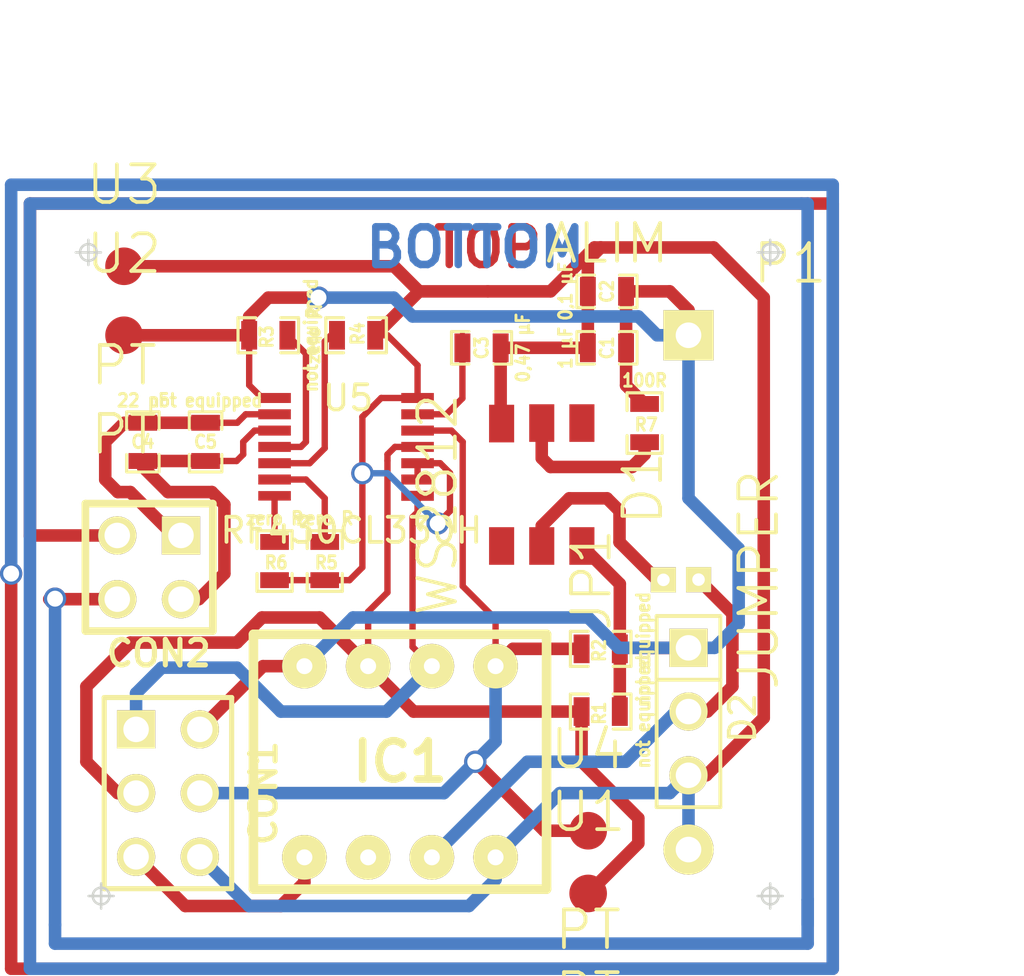
<source format=kicad_pcb>
(kicad_pcb (version 3) (host pcbnew "(2013-07-07 BZR 4022)-stable")

  (general
    (links 53)
    (no_connects 0)
    (area 48.861 21.336 91.406001 59.275)
    (thickness 1.6)
    (drawings 12)
    (tracks 218)
    (zones 0)
    (modules 24)
    (nets 21)
  )

  (page User 148.488 105.004)
  (title_block 
    (title "1ere ébauche")
    (rev 1.2)
    (company BuddiesProjects)
  )

  (layers
    (15 Dessus.Cu signal)
    (0 Dessous.Cu signal)
    (16 Dessous.Adhes user)
    (17 Dessus.Adhes user)
    (18 Dessous.Pate user)
    (19 Dessus.Pate user)
    (20 Dessous.SilkS user)
    (21 Dessus.SilkS user)
    (22 Dessous.Masque user)
    (23 Dessus.Masque user)
    (24 Dessin.User user)
    (25 Cmts.User user)
    (26 Eco1.User user)
    (27 Eco2.User user)
    (28 Contours.Ci user)
  )

  (setup
    (last_trace_width 0.5)
    (trace_clearance 0.5)
    (zone_clearance 0.508)
    (zone_45_only no)
    (trace_min 0.254)
    (segment_width 0.2)
    (edge_width 0.1)
    (via_size 0.889)
    (via_drill 0.635)
    (via_min_size 0.889)
    (via_min_drill 0.508)
    (uvia_size 0.508)
    (uvia_drill 0.127)
    (uvias_allowed no)
    (uvia_min_size 0.508)
    (uvia_min_drill 0.127)
    (pcb_text_width 0.3)
    (pcb_text_size 1.5 1.5)
    (mod_edge_width 0.15)
    (mod_text_size 1 1)
    (mod_text_width 0.15)
    (pad_size 1 1)
    (pad_drill 0.5)
    (pad_to_mask_clearance 0)
    (aux_axis_origin 82.804 25.4)
    (visible_elements 7FFFFFDF)
    (pcbplotparams
      (layerselection 3178497)
      (usegerberextensions true)
      (excludeedgelayer true)
      (linewidth 0.150000)
      (plotframeref false)
      (viasonmask false)
      (mode 1)
      (useauxorigin false)
      (hpglpennumber 1)
      (hpglpenspeed 20)
      (hpglpendiameter 15)
      (hpglpenoverlay 2)
      (psnegative false)
      (psa4output false)
      (plotreference true)
      (plotvalue true)
      (plotothertext true)
      (plotinvisibletext false)
      (padsonsilk false)
      (subtractmaskfromsilk false)
      (outputformat 1)
      (mirror false)
      (drillshape 1)
      (scaleselection 1)
      (outputdirectory svg))
  )

  (net 0 "")
  (net 1 +3.3V)
  (net 2 /ANT1)
  (net 3 /ANT2)
  (net 4 /IT/MISO)
  (net 5 /LED_DI)
  (net 6 /RST)
  (net 7 /SCL/SCK)
  (net 8 /SDA/MOSI)
  (net 9 GND)
  (net 10 N-000001)
  (net 11 N-0000010)
  (net 12 N-0000014)
  (net 13 N-0000017)
  (net 14 N-0000018)
  (net 15 N-0000019)
  (net 16 N-0000020)
  (net 17 N-0000021)
  (net 18 N-000007)
  (net 19 N-000008)
  (net 20 N-000009)

  (net_class Default "Ceci est la Netclass par défaut"
    (clearance 0.5)
    (trace_width 0.5)
    (via_dia 0.889)
    (via_drill 0.635)
    (uvia_dia 0.508)
    (uvia_drill 0.127)
    (add_net "")
    (add_net +3.3V)
    (add_net /LED_DI)
    (add_net /RST)
    (add_net N-000001)
    (add_net N-0000017)
    (add_net N-0000018)
    (add_net N-0000019)
    (add_net N-0000020)
    (add_net N-0000021)
  )

  (net_class next_to_RF430 ""
    (clearance 0.254)
    (trace_width 0.254)
    (via_dia 0.889)
    (via_drill 0.635)
    (uvia_dia 0.508)
    (uvia_drill 0.127)
    (add_net /ANT1)
    (add_net /ANT2)
    (add_net /IT/MISO)
    (add_net /SCL/SCK)
    (add_net /SDA/MOSI)
    (add_net GND)
    (add_net N-0000010)
    (add_net N-0000014)
    (add_net N-000007)
    (add_net N-000008)
    (add_net N-000009)
  )

  (module SM0603_Capa (layer Dessus.Cu) (tedit 5051B1EC) (tstamp 5296B0B8)
    (at 73.5 32.25)
    (path /5263BFC3)
    (attr smd)
    (fp_text reference C1 (at 0 0 90) (layer Dessus.SilkS)
      (effects (font (size 0.508 0.4572) (thickness 0.1143)))
    )
    (fp_text value "1 µF" (at -1.651 0 90) (layer Dessus.SilkS)
      (effects (font (size 0.508 0.4572) (thickness 0.1143)))
    )
    (fp_line (start 0.50038 0.65024) (end 1.19888 0.65024) (layer Dessus.SilkS) (width 0.11938))
    (fp_line (start -0.50038 0.65024) (end -1.19888 0.65024) (layer Dessus.SilkS) (width 0.11938))
    (fp_line (start 0.50038 -0.65024) (end 1.19888 -0.65024) (layer Dessus.SilkS) (width 0.11938))
    (fp_line (start -1.19888 -0.65024) (end -0.50038 -0.65024) (layer Dessus.SilkS) (width 0.11938))
    (fp_line (start 1.19888 -0.635) (end 1.19888 0.635) (layer Dessus.SilkS) (width 0.11938))
    (fp_line (start -1.19888 0.635) (end -1.19888 -0.635) (layer Dessus.SilkS) (width 0.11938))
    (pad 1 smd rect (at -0.762 0) (size 0.635 1.143)
      (layers Dessus.Cu Dessus.Pate Dessus.Masque)
      (net 9 GND)
    )
    (pad 2 smd rect (at 0.762 0) (size 0.635 1.143)
      (layers Dessus.Cu Dessus.Pate Dessus.Masque)
      (net 1 +3.3V)
    )
    (model smd\capacitors\C0603.wrl
      (at (xyz 0 0 0.001))
      (scale (xyz 0.5 0.5 0.5))
      (rotate (xyz 0 0 0))
    )
  )

  (module SM0603_Capa (layer Dessus.Cu) (tedit 5051B1EC) (tstamp 5296B0C4)
    (at 73.5 30)
    (path /5263C02F)
    (attr smd)
    (fp_text reference C2 (at 0 0 90) (layer Dessus.SilkS)
      (effects (font (size 0.508 0.4572) (thickness 0.1143)))
    )
    (fp_text value "0,1 µF" (at -1.651 0 90) (layer Dessus.SilkS)
      (effects (font (size 0.508 0.4572) (thickness 0.1143)))
    )
    (fp_line (start 0.50038 0.65024) (end 1.19888 0.65024) (layer Dessus.SilkS) (width 0.11938))
    (fp_line (start -0.50038 0.65024) (end -1.19888 0.65024) (layer Dessus.SilkS) (width 0.11938))
    (fp_line (start 0.50038 -0.65024) (end 1.19888 -0.65024) (layer Dessus.SilkS) (width 0.11938))
    (fp_line (start -1.19888 -0.65024) (end -0.50038 -0.65024) (layer Dessus.SilkS) (width 0.11938))
    (fp_line (start 1.19888 -0.635) (end 1.19888 0.635) (layer Dessus.SilkS) (width 0.11938))
    (fp_line (start -1.19888 0.635) (end -1.19888 -0.635) (layer Dessus.SilkS) (width 0.11938))
    (pad 1 smd rect (at -0.762 0) (size 0.635 1.143)
      (layers Dessus.Cu Dessus.Pate Dessus.Masque)
      (net 9 GND)
    )
    (pad 2 smd rect (at 0.762 0) (size 0.635 1.143)
      (layers Dessus.Cu Dessus.Pate Dessus.Masque)
      (net 1 +3.3V)
    )
    (model smd\capacitors\C0603.wrl
      (at (xyz 0 0 0.001))
      (scale (xyz 0.5 0.5 0.5))
      (rotate (xyz 0 0 0))
    )
  )

  (module SM0603_Capa (layer Dessus.Cu) (tedit 5051B1EC) (tstamp 5296B0D0)
    (at 68.5 32.25 180)
    (path /5283FF56)
    (attr smd)
    (fp_text reference C3 (at 0 0 270) (layer Dessus.SilkS)
      (effects (font (size 0.508 0.4572) (thickness 0.1143)))
    )
    (fp_text value "0,47 µF" (at -1.651 0 270) (layer Dessus.SilkS)
      (effects (font (size 0.508 0.4572) (thickness 0.1143)))
    )
    (fp_line (start 0.50038 0.65024) (end 1.19888 0.65024) (layer Dessus.SilkS) (width 0.11938))
    (fp_line (start -0.50038 0.65024) (end -1.19888 0.65024) (layer Dessus.SilkS) (width 0.11938))
    (fp_line (start 0.50038 -0.65024) (end 1.19888 -0.65024) (layer Dessus.SilkS) (width 0.11938))
    (fp_line (start -1.19888 -0.65024) (end -0.50038 -0.65024) (layer Dessus.SilkS) (width 0.11938))
    (fp_line (start 1.19888 -0.635) (end 1.19888 0.635) (layer Dessus.SilkS) (width 0.11938))
    (fp_line (start -1.19888 0.635) (end -1.19888 -0.635) (layer Dessus.SilkS) (width 0.11938))
    (pad 1 smd rect (at -0.762 0 180) (size 0.635 1.143)
      (layers Dessus.Cu Dessus.Pate Dessus.Masque)
      (net 9 GND)
    )
    (pad 2 smd rect (at 0.762 0 180) (size 0.635 1.143)
      (layers Dessus.Cu Dessus.Pate Dessus.Masque)
      (net 12 N-0000014)
    )
    (model smd\capacitors\C0603.wrl
      (at (xyz 0 0 0.001))
      (scale (xyz 0.5 0.5 0.5))
      (rotate (xyz 0 0 0))
    )
  )

  (module SM0603_Capa (layer Dessus.Cu) (tedit 5051B1EC) (tstamp 5296B0DC)
    (at 55 36 270)
    (path /52851CF9)
    (attr smd)
    (fp_text reference C4 (at 0 0 360) (layer Dessus.SilkS)
      (effects (font (size 0.508 0.4572) (thickness 0.1143)))
    )
    (fp_text value "22 pF" (at -1.651 0 360) (layer Dessus.SilkS)
      (effects (font (size 0.508 0.4572) (thickness 0.1143)))
    )
    (fp_line (start 0.50038 0.65024) (end 1.19888 0.65024) (layer Dessus.SilkS) (width 0.11938))
    (fp_line (start -0.50038 0.65024) (end -1.19888 0.65024) (layer Dessus.SilkS) (width 0.11938))
    (fp_line (start 0.50038 -0.65024) (end 1.19888 -0.65024) (layer Dessus.SilkS) (width 0.11938))
    (fp_line (start -1.19888 -0.65024) (end -0.50038 -0.65024) (layer Dessus.SilkS) (width 0.11938))
    (fp_line (start 1.19888 -0.635) (end 1.19888 0.635) (layer Dessus.SilkS) (width 0.11938))
    (fp_line (start -1.19888 0.635) (end -1.19888 -0.635) (layer Dessus.SilkS) (width 0.11938))
    (pad 1 smd rect (at -0.762 0 270) (size 0.635 1.143)
      (layers Dessus.Cu Dessus.Pate Dessus.Masque)
      (net 2 /ANT1)
    )
    (pad 2 smd rect (at 0.762 0 270) (size 0.635 1.143)
      (layers Dessus.Cu Dessus.Pate Dessus.Masque)
      (net 3 /ANT2)
    )
    (model smd\capacitors\C0603.wrl
      (at (xyz 0 0 0.001))
      (scale (xyz 0.5 0.5 0.5))
      (rotate (xyz 0 0 0))
    )
  )

  (module pin_array_3x2 (layer Dessus.Cu) (tedit 42931587) (tstamp 5296B0EA)
    (at 56 50 270)
    (descr "Double rangee de contacts 2 x 4 pins")
    (tags CONN)
    (path /5283FB65)
    (fp_text reference CON1 (at 0 -3.81 270) (layer Dessus.SilkS)
      (effects (font (size 1.016 1.016) (thickness 0.2032)))
    )
    (fp_text value AVR-ISP6 (at 0 3.81 270) (layer Dessus.SilkS) hide
      (effects (font (size 1.016 1.016) (thickness 0.2032)))
    )
    (fp_line (start 3.81 2.54) (end -3.81 2.54) (layer Dessus.SilkS) (width 0.2032))
    (fp_line (start -3.81 -2.54) (end 3.81 -2.54) (layer Dessus.SilkS) (width 0.2032))
    (fp_line (start 3.81 -2.54) (end 3.81 2.54) (layer Dessus.SilkS) (width 0.2032))
    (fp_line (start -3.81 2.54) (end -3.81 -2.54) (layer Dessus.SilkS) (width 0.2032))
    (pad 1 thru_hole rect (at -2.54 1.27 270) (size 1.524 1.524) (drill 1.016)
      (layers *.Cu *.Mask Dessus.SilkS)
      (net 4 /IT/MISO)
    )
    (pad 2 thru_hole circle (at -2.54 -1.27 270) (size 1.524 1.524) (drill 1.016)
      (layers *.Cu *.Mask Dessus.SilkS)
      (net 1 +3.3V)
    )
    (pad 3 thru_hole circle (at 0 1.27 270) (size 1.524 1.524) (drill 1.016)
      (layers *.Cu *.Mask Dessus.SilkS)
      (net 7 /SCL/SCK)
    )
    (pad 4 thru_hole circle (at 0 -1.27 270) (size 1.524 1.524) (drill 1.016)
      (layers *.Cu *.Mask Dessus.SilkS)
      (net 8 /SDA/MOSI)
    )
    (pad 5 thru_hole circle (at 2.54 1.27 270) (size 1.524 1.524) (drill 1.016)
      (layers *.Cu *.Mask Dessus.SilkS)
      (net 6 /RST)
    )
    (pad 6 thru_hole circle (at 2.54 -1.27 270) (size 1.524 1.524) (drill 1.016)
      (layers *.Cu *.Mask Dessus.SilkS)
      (net 9 GND)
    )
    (model pin_array/pins_array_3x2.wrl
      (at (xyz 0 0 0))
      (scale (xyz 1 1 1))
      (rotate (xyz 0 0 0))
    )
  )

  (module PIN_ARRAY_2X2 (layer Dessus.Cu) (tedit 3FAB87D4) (tstamp 5296B0F6)
    (at 55.25 41 180)
    (descr "Double rangee de contacts 2 x 2 pins")
    (tags CONN)
    (path /52851A3E)
    (fp_text reference CON2 (at -0.381 -3.429 180) (layer Dessus.SilkS)
      (effects (font (size 1.016 1.016) (thickness 0.2032)))
    )
    (fp_text value ANTENNE (at 0 3.048 180) (layer Dessus.SilkS) hide
      (effects (font (size 1.016 1.016) (thickness 0.2032)))
    )
    (fp_line (start -2.54 -2.54) (end 2.54 -2.54) (layer Dessus.SilkS) (width 0.3048))
    (fp_line (start 2.54 -2.54) (end 2.54 2.54) (layer Dessus.SilkS) (width 0.3048))
    (fp_line (start 2.54 2.54) (end -2.54 2.54) (layer Dessus.SilkS) (width 0.3048))
    (fp_line (start -2.54 2.54) (end -2.54 -2.54) (layer Dessus.SilkS) (width 0.3048))
    (pad 1 thru_hole rect (at -1.27 1.27 180) (size 1.524 1.524) (drill 1.016)
      (layers *.Cu *.Mask Dessus.SilkS)
      (net 2 /ANT1)
    )
    (pad 2 thru_hole circle (at -1.27 -1.27 180) (size 1.524 1.524) (drill 1.016)
      (layers *.Cu *.Mask Dessus.SilkS)
      (net 3 /ANT2)
    )
    (pad 3 thru_hole circle (at 1.27 1.27 180) (size 1.524 1.524) (drill 1.016)
      (layers *.Cu *.Mask Dessus.SilkS)
      (net 13 N-0000017)
    )
    (pad 4 thru_hole circle (at 1.27 -1.27 180) (size 1.524 1.524) (drill 1.016)
      (layers *.Cu *.Mask Dessus.SilkS)
      (net 13 N-0000017)
    )
    (model pin_array/pins_array_2x2.wrl
      (at (xyz 0 0 0))
      (scale (xyz 1 1 1))
      (rotate (xyz 0 0 0))
    )
  )

  (module WS2812 (layer Dessus.Cu) (tedit 5282A575) (tstamp 5296B100)
    (at 72.5 35.25 270)
    (path /5283EC88)
    (fp_text reference D1 (at 2.59 -2.43 270) (layer Dessus.SilkS)
      (effects (font (size 1.5 1.5) (thickness 0.15)))
    )
    (fp_text value WS2812 (at 3.25 5.75 270) (layer Dessus.SilkS)
      (effects (font (size 1.5 1.5) (thickness 0.15)))
    )
    (pad 4 smd rect (at 0 0 270) (size 1.5 1)
      (layers Dessus.Cu Dessus.Pate Dessus.Masque)
      (net 16 N-0000020)
    )
    (pad 5 smd rect (at 0 1.6 270) (size 1.5 1)
      (layers Dessus.Cu Dessus.Pate Dessus.Masque)
      (net 14 N-0000018)
    )
    (pad 6 smd rect (at 0.02 3.2 270) (size 1.5 1)
      (layers Dessus.Cu Dessus.Pate Dessus.Masque)
      (net 9 GND)
    )
    (pad 3 smd rect (at 4.9 0 270) (size 1.5 1)
      (layers Dessus.Cu Dessus.Pate Dessus.Masque)
      (net 1 +3.3V)
    )
    (pad 2 smd rect (at 4.9 1.6 270) (size 1.5 1)
      (layers Dessus.Cu Dessus.Pate Dessus.Masque)
      (net 10 N-000001)
    )
    (pad 1 smd rect (at 4.9 3.2 270) (size 1.5 1)
      (layers Dessus.Cu Dessus.Pate Dessus.Masque)
      (net 15 N-0000019)
    )
  )

  (module PIN_ARRAY_3X1 (layer Dessus.Cu) (tedit 4C1130E0) (tstamp 5296B10C)
    (at 76.75 46.75 270)
    (descr "Connecteur 3 pins")
    (tags "CONN DEV")
    (path /528A5C24)
    (fp_text reference D2 (at 0.254 -2.159 270) (layer Dessus.SilkS)
      (effects (font (size 1.016 1.016) (thickness 0.1524)))
    )
    (fp_text value EXT_LED (at 0 -2.159 270) (layer Dessus.SilkS) hide
      (effects (font (size 1.016 1.016) (thickness 0.1524)))
    )
    (fp_line (start -3.81 1.27) (end -3.81 -1.27) (layer Dessus.SilkS) (width 0.1524))
    (fp_line (start -3.81 -1.27) (end 3.81 -1.27) (layer Dessus.SilkS) (width 0.1524))
    (fp_line (start 3.81 -1.27) (end 3.81 1.27) (layer Dessus.SilkS) (width 0.1524))
    (fp_line (start 3.81 1.27) (end -3.81 1.27) (layer Dessus.SilkS) (width 0.1524))
    (fp_line (start -1.27 -1.27) (end -1.27 1.27) (layer Dessus.SilkS) (width 0.1524))
    (pad 1 thru_hole rect (at -2.54 0 270) (size 1.524 1.524) (drill 1.016)
      (layers *.Cu *.Mask Dessus.SilkS)
      (net 1 +3.3V)
    )
    (pad 2 thru_hole circle (at 0 0 270) (size 1.524 1.524) (drill 1.016)
      (layers *.Cu *.Mask Dessus.SilkS)
      (net 5 /LED_DI)
    )
    (pad 3 thru_hole circle (at 2.54 0 270) (size 1.524 1.524) (drill 1.016)
      (layers *.Cu *.Mask Dessus.SilkS)
      (net 9 GND)
    )
    (model pin_array/pins_array_3x1.wrl
      (at (xyz 0 0 0))
      (scale (xyz 1 1 1))
      (rotate (xyz 0 0 0))
    )
  )

  (module DIPS-DS04 (layer Dessus.Cu) (tedit 48186E73) (tstamp 5296B11C)
    (at 65.25 48.75)
    (tags "dip switch")
    (path /5283EF71)
    (fp_text reference IC1 (at 0 0) (layer Dessus.SilkS)
      (effects (font (size 1.524 1.524) (thickness 0.3048)))
    )
    (fp_text value ATTINY25-P (at 0 0) (layer Dessus.SilkS) hide
      (effects (font (size 1.524 1.524) (thickness 0.3048)))
    )
    (fp_line (start 5.842 5.08) (end -5.842 5.08) (layer Dessus.SilkS) (width 0.381))
    (fp_line (start -5.842 -5.08) (end 5.842 -5.08) (layer Dessus.SilkS) (width 0.381))
    (fp_line (start -5.842 -5.08) (end -5.842 5.08) (layer Dessus.SilkS) (width 0.381))
    (fp_line (start 5.842 -5.08) (end 5.842 5.08) (layer Dessus.SilkS) (width 0.381))
    (pad 1 thru_hole circle (at -3.81 3.81) (size 1.778 1.778) (drill 0.635)
      (layers *.Cu *.Mask Dessus.SilkS)
      (net 6 /RST)
    )
    (pad 2 thru_hole circle (at -1.27 3.81) (size 1.778 1.778) (drill 0.635)
      (layers *.Cu *.Mask Dessus.SilkS)
      (net 17 N-0000021)
    )
    (pad 3 thru_hole circle (at 1.27 3.81) (size 1.778 1.778) (drill 0.635)
      (layers *.Cu *.Mask Dessus.SilkS)
      (net 5 /LED_DI)
    )
    (pad 4 thru_hole circle (at 3.81 3.81) (size 1.778 1.778) (drill 0.635)
      (layers *.Cu *.Mask Dessus.SilkS)
      (net 9 GND)
    )
    (pad 5 thru_hole circle (at 3.81 -3.81) (size 1.778 1.778) (drill 0.635)
      (layers *.Cu *.Mask Dessus.SilkS)
      (net 8 /SDA/MOSI)
    )
    (pad 6 thru_hole circle (at 1.27 -3.81) (size 1.778 1.778) (drill 0.635)
      (layers *.Cu *.Mask Dessus.SilkS)
      (net 4 /IT/MISO)
    )
    (pad 7 thru_hole circle (at -1.27 -3.81) (size 1.778 1.778) (drill 0.635)
      (layers *.Cu *.Mask Dessus.SilkS)
      (net 7 /SCL/SCK)
    )
    (pad 8 thru_hole circle (at -3.81 -3.81) (size 1.778 1.778) (drill 0.635)
      (layers *.Cu *.Mask Dessus.SilkS)
      (net 1 +3.3V)
    )
    (model dips/dips-ds04.wrl
      (at (xyz 0 0 0))
      (scale (xyz 1 1 1))
      (rotate (xyz 0 0 0))
    )
  )

  (module Jumper (layer Dessus.Cu) (tedit 52829EE9) (tstamp 5296B122)
    (at 75.75 41.5 90)
    (path /5283EA50)
    (fp_text reference JP1 (at 0 -2.87 90) (layer Dessus.SilkS)
      (effects (font (size 1.5 1.5) (thickness 0.15)))
    )
    (fp_text value JUMPER (at 0 3.8 90) (layer Dessus.SilkS)
      (effects (font (size 1.5 1.5) (thickness 0.15)))
    )
    (pad 1 thru_hole rect (at 0 0 90) (size 1 1) (drill 0.5)
      (layers *.Cu *.Mask Dessus.SilkS)
      (net 10 N-000001)
    )
    (pad 2 thru_hole rect (at 0.01 1.4 90) (size 1 1) (drill 0.5)
      (layers *.Cu *.Mask Dessus.SilkS)
      (net 5 /LED_DI)
    )
  )

  (module Alim (layer Dessus.Cu) (tedit 52851618) (tstamp 5296B128)
    (at 76.75 31.75)
    (path /5263BDB9)
    (fp_text reference P1 (at 4.05 -2.86) (layer Dessus.SilkS)
      (effects (font (size 1.5 1.5) (thickness 0.15)))
    )
    (fp_text value ALIM (at -3.24 -3.66) (layer Dessus.SilkS)
      (effects (font (size 1.5 1.5) (thickness 0.15)))
    )
    (pad 1 thru_hole rect (at 0 0) (size 2 2) (drill 1.02)
      (layers *.Cu *.Mask Dessus.SilkS)
      (net 1 +3.3V)
    )
    (pad 2 thru_hole circle (at 0 20.5) (size 2 2) (drill 1.02)
      (layers *.Cu *.Mask Dessus.SilkS)
      (net 9 GND)
    )
  )

  (module SM0603_Resistor (layer Dessus.Cu) (tedit 5051B21B) (tstamp 5296B134)
    (at 73.25 46.75 180)
    (path /5283F20F)
    (attr smd)
    (fp_text reference R1 (at 0.0635 -0.0635 270) (layer Dessus.SilkS)
      (effects (font (size 0.50038 0.4572) (thickness 0.1143)))
    )
    (fp_text value "not equipped" (at -1.69926 0 270) (layer Dessus.SilkS)
      (effects (font (size 0.508 0.4572) (thickness 0.1143)))
    )
    (fp_line (start -0.50038 -0.6985) (end -1.2065 -0.6985) (layer Dessus.SilkS) (width 0.127))
    (fp_line (start -1.2065 -0.6985) (end -1.2065 0.6985) (layer Dessus.SilkS) (width 0.127))
    (fp_line (start -1.2065 0.6985) (end -0.50038 0.6985) (layer Dessus.SilkS) (width 0.127))
    (fp_line (start 1.2065 -0.6985) (end 0.50038 -0.6985) (layer Dessus.SilkS) (width 0.127))
    (fp_line (start 1.2065 -0.6985) (end 1.2065 0.6985) (layer Dessus.SilkS) (width 0.127))
    (fp_line (start 1.2065 0.6985) (end 0.50038 0.6985) (layer Dessus.SilkS) (width 0.127))
    (pad 1 smd rect (at -0.762 0 180) (size 0.635 1.143)
      (layers Dessus.Cu Dessus.Pate Dessus.Masque)
      (net 1 +3.3V)
    )
    (pad 2 smd rect (at 0.762 0 180) (size 0.635 1.143)
      (layers Dessus.Cu Dessus.Pate Dessus.Masque)
      (net 7 /SCL/SCK)
    )
    (model smd\resistors\R0603.wrl
      (at (xyz 0 0 0.001))
      (scale (xyz 0.5 0.5 0.5))
      (rotate (xyz 0 0 0))
    )
  )

  (module SM0603_Resistor (layer Dessus.Cu) (tedit 5051B21B) (tstamp 5296B140)
    (at 73.25 44.25 180)
    (path /5283F21E)
    (attr smd)
    (fp_text reference R2 (at 0.0635 -0.0635 270) (layer Dessus.SilkS)
      (effects (font (size 0.50038 0.4572) (thickness 0.1143)))
    )
    (fp_text value "not equipped" (at -1.69926 0 270) (layer Dessus.SilkS)
      (effects (font (size 0.508 0.4572) (thickness 0.1143)))
    )
    (fp_line (start -0.50038 -0.6985) (end -1.2065 -0.6985) (layer Dessus.SilkS) (width 0.127))
    (fp_line (start -1.2065 -0.6985) (end -1.2065 0.6985) (layer Dessus.SilkS) (width 0.127))
    (fp_line (start -1.2065 0.6985) (end -0.50038 0.6985) (layer Dessus.SilkS) (width 0.127))
    (fp_line (start 1.2065 -0.6985) (end 0.50038 -0.6985) (layer Dessus.SilkS) (width 0.127))
    (fp_line (start 1.2065 -0.6985) (end 1.2065 0.6985) (layer Dessus.SilkS) (width 0.127))
    (fp_line (start 1.2065 0.6985) (end 0.50038 0.6985) (layer Dessus.SilkS) (width 0.127))
    (pad 1 smd rect (at -0.762 0 180) (size 0.635 1.143)
      (layers Dessus.Cu Dessus.Pate Dessus.Masque)
      (net 1 +3.3V)
    )
    (pad 2 smd rect (at 0.762 0 180) (size 0.635 1.143)
      (layers Dessus.Cu Dessus.Pate Dessus.Masque)
      (net 8 /SDA/MOSI)
    )
    (model smd\resistors\R0603.wrl
      (at (xyz 0 0 0.001))
      (scale (xyz 0.5 0.5 0.5))
      (rotate (xyz 0 0 0))
    )
  )

  (module SM0603_Resistor (layer Dessus.Cu) (tedit 5051B21B) (tstamp 5296B14C)
    (at 60 31.75 180)
    (path /5263C1CF)
    (attr smd)
    (fp_text reference R3 (at 0.0635 -0.0635 270) (layer Dessus.SilkS)
      (effects (font (size 0.50038 0.4572) (thickness 0.1143)))
    )
    (fp_text value "not equipped" (at -1.69926 0 270) (layer Dessus.SilkS)
      (effects (font (size 0.508 0.4572) (thickness 0.1143)))
    )
    (fp_line (start -0.50038 -0.6985) (end -1.2065 -0.6985) (layer Dessus.SilkS) (width 0.127))
    (fp_line (start -1.2065 -0.6985) (end -1.2065 0.6985) (layer Dessus.SilkS) (width 0.127))
    (fp_line (start -1.2065 0.6985) (end -0.50038 0.6985) (layer Dessus.SilkS) (width 0.127))
    (fp_line (start 1.2065 -0.6985) (end 0.50038 -0.6985) (layer Dessus.SilkS) (width 0.127))
    (fp_line (start 1.2065 -0.6985) (end 1.2065 0.6985) (layer Dessus.SilkS) (width 0.127))
    (fp_line (start 1.2065 0.6985) (end 0.50038 0.6985) (layer Dessus.SilkS) (width 0.127))
    (pad 1 smd rect (at -0.762 0 180) (size 0.635 1.143)
      (layers Dessus.Cu Dessus.Pate Dessus.Masque)
      (net 18 N-000007)
    )
    (pad 2 smd rect (at 0.762 0 180) (size 0.635 1.143)
      (layers Dessus.Cu Dessus.Pate Dessus.Masque)
      (net 1 +3.3V)
    )
    (model smd\resistors\R0603.wrl
      (at (xyz 0 0 0.001))
      (scale (xyz 0.5 0.5 0.5))
      (rotate (xyz 0 0 0))
    )
  )

  (module SM0603_Resistor (layer Dessus.Cu) (tedit 5051B21B) (tstamp 5296B158)
    (at 63.5 31.75)
    (path /5263C631)
    (attr smd)
    (fp_text reference R4 (at 0.0635 -0.0635 90) (layer Dessus.SilkS)
      (effects (font (size 0.50038 0.4572) (thickness 0.1143)))
    )
    (fp_text value "zero R" (at -1.69926 0 90) (layer Dessus.SilkS)
      (effects (font (size 0.508 0.4572) (thickness 0.1143)))
    )
    (fp_line (start -0.50038 -0.6985) (end -1.2065 -0.6985) (layer Dessus.SilkS) (width 0.127))
    (fp_line (start -1.2065 -0.6985) (end -1.2065 0.6985) (layer Dessus.SilkS) (width 0.127))
    (fp_line (start -1.2065 0.6985) (end -0.50038 0.6985) (layer Dessus.SilkS) (width 0.127))
    (fp_line (start 1.2065 -0.6985) (end 0.50038 -0.6985) (layer Dessus.SilkS) (width 0.127))
    (fp_line (start 1.2065 -0.6985) (end 1.2065 0.6985) (layer Dessus.SilkS) (width 0.127))
    (fp_line (start 1.2065 0.6985) (end 0.50038 0.6985) (layer Dessus.SilkS) (width 0.127))
    (pad 1 smd rect (at -0.762 0) (size 0.635 1.143)
      (layers Dessus.Cu Dessus.Pate Dessus.Masque)
      (net 11 N-0000010)
    )
    (pad 2 smd rect (at 0.762 0) (size 0.635 1.143)
      (layers Dessus.Cu Dessus.Pate Dessus.Masque)
      (net 9 GND)
    )
    (model smd\resistors\R0603.wrl
      (at (xyz 0 0 0.001))
      (scale (xyz 0.5 0.5 0.5))
      (rotate (xyz 0 0 0))
    )
  )

  (module SM0603_Resistor (layer Dessus.Cu) (tedit 5051B21B) (tstamp 5296B164)
    (at 62.25 40.75 270)
    (path /5263C640)
    (attr smd)
    (fp_text reference R5 (at 0.0635 -0.0635 360) (layer Dessus.SilkS)
      (effects (font (size 0.50038 0.4572) (thickness 0.1143)))
    )
    (fp_text value "zero R" (at -1.69926 0 360) (layer Dessus.SilkS)
      (effects (font (size 0.508 0.4572) (thickness 0.1143)))
    )
    (fp_line (start -0.50038 -0.6985) (end -1.2065 -0.6985) (layer Dessus.SilkS) (width 0.127))
    (fp_line (start -1.2065 -0.6985) (end -1.2065 0.6985) (layer Dessus.SilkS) (width 0.127))
    (fp_line (start -1.2065 0.6985) (end -0.50038 0.6985) (layer Dessus.SilkS) (width 0.127))
    (fp_line (start 1.2065 -0.6985) (end 0.50038 -0.6985) (layer Dessus.SilkS) (width 0.127))
    (fp_line (start 1.2065 -0.6985) (end 1.2065 0.6985) (layer Dessus.SilkS) (width 0.127))
    (fp_line (start 1.2065 0.6985) (end 0.50038 0.6985) (layer Dessus.SilkS) (width 0.127))
    (pad 1 smd rect (at -0.762 0 270) (size 0.635 1.143)
      (layers Dessus.Cu Dessus.Pate Dessus.Masque)
      (net 20 N-000009)
    )
    (pad 2 smd rect (at 0.762 0 270) (size 0.635 1.143)
      (layers Dessus.Cu Dessus.Pate Dessus.Masque)
      (net 9 GND)
    )
    (model smd\resistors\R0603.wrl
      (at (xyz 0 0 0.001))
      (scale (xyz 0.5 0.5 0.5))
      (rotate (xyz 0 0 0))
    )
  )

  (module SM0603_Resistor (layer Dessus.Cu) (tedit 5051B21B) (tstamp 5296B170)
    (at 60.25 40.75 270)
    (path /5263C64F)
    (attr smd)
    (fp_text reference R6 (at 0.0635 -0.0635 360) (layer Dessus.SilkS)
      (effects (font (size 0.50038 0.4572) (thickness 0.1143)))
    )
    (fp_text value "zero R" (at -1.69926 0 360) (layer Dessus.SilkS)
      (effects (font (size 0.508 0.4572) (thickness 0.1143)))
    )
    (fp_line (start -0.50038 -0.6985) (end -1.2065 -0.6985) (layer Dessus.SilkS) (width 0.127))
    (fp_line (start -1.2065 -0.6985) (end -1.2065 0.6985) (layer Dessus.SilkS) (width 0.127))
    (fp_line (start -1.2065 0.6985) (end -0.50038 0.6985) (layer Dessus.SilkS) (width 0.127))
    (fp_line (start 1.2065 -0.6985) (end 0.50038 -0.6985) (layer Dessus.SilkS) (width 0.127))
    (fp_line (start 1.2065 -0.6985) (end 1.2065 0.6985) (layer Dessus.SilkS) (width 0.127))
    (fp_line (start 1.2065 0.6985) (end 0.50038 0.6985) (layer Dessus.SilkS) (width 0.127))
    (pad 1 smd rect (at -0.762 0 270) (size 0.635 1.143)
      (layers Dessus.Cu Dessus.Pate Dessus.Masque)
      (net 19 N-000008)
    )
    (pad 2 smd rect (at 0.762 0 270) (size 0.635 1.143)
      (layers Dessus.Cu Dessus.Pate Dessus.Masque)
      (net 9 GND)
    )
    (model smd\resistors\R0603.wrl
      (at (xyz 0 0 0.001))
      (scale (xyz 0.5 0.5 0.5))
      (rotate (xyz 0 0 0))
    )
  )

  (module PT (layer Dessus.Cu) (tedit 5285146E) (tstamp 5296B175)
    (at 72.75 54)
    (path /5283F22D)
    (fp_text reference U1 (at 0 -3.25) (layer Dessus.SilkS)
      (effects (font (size 1.5 1.5) (thickness 0.15)))
    )
    (fp_text value PT (at 0 3.95) (layer Dessus.SilkS)
      (effects (font (size 1.5 1.5) (thickness 0.15)))
    )
    (pad 1 smd circle (at 0 0) (size 1.5 1.5)
      (layers Dessus.Cu Dessus.Pate Dessus.Masque)
      (net 7 /SCL/SCK)
    )
  )

  (module PT (layer Dessus.Cu) (tedit 5285146E) (tstamp 5296B17A)
    (at 54.25 31.75)
    (path /5283E30A)
    (fp_text reference U2 (at 0 -3.25) (layer Dessus.SilkS)
      (effects (font (size 1.5 1.5) (thickness 0.15)))
    )
    (fp_text value PT (at 0 3.95) (layer Dessus.SilkS)
      (effects (font (size 1.5 1.5) (thickness 0.15)))
    )
    (pad 1 smd circle (at 0 0) (size 1.5 1.5)
      (layers Dessus.Cu Dessus.Pate Dessus.Masque)
      (net 1 +3.3V)
    )
  )

  (module PT (layer Dessus.Cu) (tedit 5285146E) (tstamp 5296B17F)
    (at 54.25 29)
    (path /5283E319)
    (fp_text reference U3 (at 0 -3.25) (layer Dessus.SilkS)
      (effects (font (size 1.5 1.5) (thickness 0.15)))
    )
    (fp_text value PT (at 0 3.95) (layer Dessus.SilkS)
      (effects (font (size 1.5 1.5) (thickness 0.15)))
    )
    (pad 1 smd circle (at 0 0) (size 1.5 1.5)
      (layers Dessus.Cu Dessus.Pate Dessus.Masque)
      (net 9 GND)
    )
  )

  (module PT (layer Dessus.Cu) (tedit 5285146E) (tstamp 5297331B)
    (at 72.75 51.5)
    (path /5283F23C)
    (fp_text reference U4 (at 0 -3.25) (layer Dessus.SilkS)
      (effects (font (size 1.5 1.5) (thickness 0.15)))
    )
    (fp_text value PT (at 0 3.95) (layer Dessus.SilkS)
      (effects (font (size 1.5 1.5) (thickness 0.15)))
    )
    (pad 1 smd circle (at 0 0) (size 1.5 1.5)
      (layers Dessus.Cu Dessus.Pate Dessus.Masque)
      (net 8 /SDA/MOSI)
    )
  )

  (module PW14 (layer Dessus.Cu) (tedit 528101E1) (tstamp 5296B196)
    (at 60.25 34.25)
    (path /5263BC72)
    (fp_text reference U5 (at 2.93 0) (layer Dessus.SilkS)
      (effects (font (size 1 1) (thickness 0.15)))
    )
    (fp_text value RF430CL330H (at 3.06 5.28) (layer Dessus.SilkS)
      (effects (font (size 1 1) (thickness 0.15)))
    )
    (pad 1 smd rect (at 0 0) (size 1.3 0.4)
      (layers Dessus.Cu Dessus.Pate Dessus.Masque)
      (net 1 +3.3V)
    )
    (pad 2 smd rect (at 0 0.65) (size 1.3 0.4)
      (layers Dessus.Cu Dessus.Pate Dessus.Masque)
      (net 2 /ANT1)
    )
    (pad 3 smd rect (at 0 1.3) (size 1.3 0.4)
      (layers Dessus.Cu Dessus.Pate Dessus.Masque)
      (net 3 /ANT2)
    )
    (pad 4 smd rect (at 0 1.95) (size 1.3 0.4)
      (layers Dessus.Cu Dessus.Pate Dessus.Masque)
      (net 18 N-000007)
    )
    (pad 5 smd rect (at 0 2.6) (size 1.3 0.4)
      (layers Dessus.Cu Dessus.Pate Dessus.Masque)
      (net 11 N-0000010)
    )
    (pad 6 smd rect (at 0 3.25) (size 1.3 0.4)
      (layers Dessus.Cu Dessus.Pate Dessus.Masque)
      (net 20 N-000009)
    )
    (pad 7 smd rect (at 0 3.9) (size 1.3 0.38)
      (layers Dessus.Cu Dessus.Pate Dessus.Masque)
      (net 19 N-000008)
    )
    (pad 14 smd rect (at 5.7 0) (size 1.3 0.4)
      (layers Dessus.Cu Dessus.Pate Dessus.Masque)
      (net 9 GND)
    )
    (pad 13 smd rect (at 5.7 0.65) (size 1.3 0.4)
      (layers Dessus.Cu Dessus.Pate Dessus.Masque)
      (net 12 N-0000014)
    )
    (pad 12 smd rect (at 5.7 1.3) (size 1.3 0.4)
      (layers Dessus.Cu Dessus.Pate Dessus.Masque)
      (net 8 /SDA/MOSI)
    )
    (pad 11 smd rect (at 5.7 1.95) (size 1.3 0.4)
      (layers Dessus.Cu Dessus.Pate Dessus.Masque)
      (net 7 /SCL/SCK)
    )
    (pad 10 smd rect (at 5.7 2.6) (size 1.3 0.4)
      (layers Dessus.Cu Dessus.Pate Dessus.Masque)
      (net 9 GND)
    )
    (pad 9 smd rect (at 5.7 3.25) (size 1.3 0.4)
      (layers Dessus.Cu Dessus.Pate Dessus.Masque)
      (net 9 GND)
    )
    (pad 8 smd rect (at 5.7 3.9) (size 1.3 0.4)
      (layers Dessus.Cu Dessus.Pate Dessus.Masque)
      (net 4 /IT/MISO)
    )
  )

  (module SM0603_Capa (layer Dessus.Cu) (tedit 5051B1EC) (tstamp 52973CF4)
    (at 57.5 36 270)
    (path /52973879)
    (attr smd)
    (fp_text reference C5 (at 0 0 360) (layer Dessus.SilkS)
      (effects (font (size 0.508 0.4572) (thickness 0.1143)))
    )
    (fp_text value "not equipped" (at -1.651 0 360) (layer Dessus.SilkS)
      (effects (font (size 0.508 0.4572) (thickness 0.1143)))
    )
    (fp_line (start 0.50038 0.65024) (end 1.19888 0.65024) (layer Dessus.SilkS) (width 0.11938))
    (fp_line (start -0.50038 0.65024) (end -1.19888 0.65024) (layer Dessus.SilkS) (width 0.11938))
    (fp_line (start 0.50038 -0.65024) (end 1.19888 -0.65024) (layer Dessus.SilkS) (width 0.11938))
    (fp_line (start -1.19888 -0.65024) (end -0.50038 -0.65024) (layer Dessus.SilkS) (width 0.11938))
    (fp_line (start 1.19888 -0.635) (end 1.19888 0.635) (layer Dessus.SilkS) (width 0.11938))
    (fp_line (start -1.19888 0.635) (end -1.19888 -0.635) (layer Dessus.SilkS) (width 0.11938))
    (pad 1 smd rect (at -0.762 0 270) (size 0.635 1.143)
      (layers Dessus.Cu Dessus.Pate Dessus.Masque)
      (net 2 /ANT1)
    )
    (pad 2 smd rect (at 0.762 0 270) (size 0.635 1.143)
      (layers Dessus.Cu Dessus.Pate Dessus.Masque)
      (net 3 /ANT2)
    )
    (model smd\capacitors\C0603.wrl
      (at (xyz 0 0 0.001))
      (scale (xyz 0.5 0.5 0.5))
      (rotate (xyz 0 0 0))
    )
  )

  (module SM0603_Resistor (layer Dessus.Cu) (tedit 5051B21B) (tstamp 529743C4)
    (at 75 35.25 270)
    (path /52973CEB)
    (attr smd)
    (fp_text reference R7 (at 0.0635 -0.0635 360) (layer Dessus.SilkS)
      (effects (font (size 0.50038 0.4572) (thickness 0.1143)))
    )
    (fp_text value 100R (at -1.69926 0 360) (layer Dessus.SilkS)
      (effects (font (size 0.508 0.4572) (thickness 0.1143)))
    )
    (fp_line (start -0.50038 -0.6985) (end -1.2065 -0.6985) (layer Dessus.SilkS) (width 0.127))
    (fp_line (start -1.2065 -0.6985) (end -1.2065 0.6985) (layer Dessus.SilkS) (width 0.127))
    (fp_line (start -1.2065 0.6985) (end -0.50038 0.6985) (layer Dessus.SilkS) (width 0.127))
    (fp_line (start 1.2065 -0.6985) (end 0.50038 -0.6985) (layer Dessus.SilkS) (width 0.127))
    (fp_line (start 1.2065 -0.6985) (end 1.2065 0.6985) (layer Dessus.SilkS) (width 0.127))
    (fp_line (start 1.2065 0.6985) (end 0.50038 0.6985) (layer Dessus.SilkS) (width 0.127))
    (pad 1 smd rect (at -0.762 0 270) (size 0.635 1.143)
      (layers Dessus.Cu Dessus.Pate Dessus.Masque)
      (net 1 +3.3V)
    )
    (pad 2 smd rect (at 0.762 0 270) (size 0.635 1.143)
      (layers Dessus.Cu Dessus.Pate Dessus.Masque)
      (net 14 N-0000018)
    )
    (model smd\resistors\R0603.wrl
      (at (xyz 0 0 0.001))
      (scale (xyz 0.5 0.5 0.5))
      (rotate (xyz 0 0 0))
    )
  )

  (gr_text BOTTOM (at 68.25 28.25) (layer Dessous.Cu)
    (effects (font (size 1.5 1.5) (thickness 0.3)))
  )
  (gr_text TOP (at 68.75 28.25) (layer Dessus.Cu)
    (effects (font (size 1.5 1.5) (thickness 0.3)))
  )
  (dimension 31.75 (width 0.3) (layer Dessin.User)
    (gr_text "31,750 mm" (at 84.756001 41.275 270) (layer Dessin.User)
      (effects (font (size 1.5 1.5) (thickness 0.3)))
    )
    (feature1 (pts (xy 86.614 57.15) (xy 83.406001 57.15)))
    (feature2 (pts (xy 86.614 25.4) (xy 83.406001 25.4)))
    (crossbar (pts (xy 86.106001 25.4) (xy 86.106001 57.15)))
    (arrow1a (pts (xy 86.106001 57.15) (xy 85.519581 56.023497)))
    (arrow1b (pts (xy 86.106001 57.15) (xy 86.692421 56.023497)))
    (arrow2a (pts (xy 86.106001 25.4) (xy 85.519581 26.526503)))
    (arrow2b (pts (xy 86.106001 25.4) (xy 86.692421 26.526503)))
  )
  (dimension 33.274 (width 0.3) (layer Dessin.User)
    (gr_text "33,274 mm" (at 66.167 22.939999) (layer Dessin.User)
      (effects (font (size 1.5 1.5) (thickness 0.3)))
    )
    (feature1 (pts (xy 49.53 21.336) (xy 49.53 24.289999)))
    (feature2 (pts (xy 82.804 21.336) (xy 82.804 24.289999)))
    (crossbar (pts (xy 82.804 21.589999) (xy 49.53 21.589999)))
    (arrow1a (pts (xy 49.53 21.589999) (xy 50.656503 21.003579)))
    (arrow1b (pts (xy 49.53 21.589999) (xy 50.656503 22.176419)))
    (arrow2a (pts (xy 82.804 21.589999) (xy 81.677497 21.003579)))
    (arrow2b (pts (xy 82.804 21.589999) (xy 81.677497 22.176419)))
  )
  (gr_line (start 82.804 57.15) (end 82.804 25.4) (angle 90) (layer Dessin.User) (width 0.2))
  (gr_line (start 49.53 57.15) (end 82.804 57.15) (angle 90) (layer Dessin.User) (width 0.2))
  (gr_line (start 49.53 25.4) (end 49.53 57.15) (angle 90) (layer Dessin.User) (width 0.2))
  (gr_line (start 82.804 25.4) (end 49.53 25.4) (angle 90) (layer Dessin.User) (width 0.2))
  (target plus (at 53.336 54.102) (size 1) (width 0.1) (layer Contours.Ci))
  (target plus (at 80.006 54.102) (size 1) (width 0.1) (layer Contours.Ci))
  (target plus (at 80.006 28.448) (size 1) (width 0.1) (layer Contours.Ci))
  (target plus (at 52.828 28.448) (size 1) (width 0.1) (layer Contours.Ci))

  (segment (start 60.25 34.25) (end 59.75 34.25) (width 0.254) (layer Dessus.Cu) (net 1))
  (segment (start 59.238 33.738) (end 59.238 31.75) (width 0.254) (layer Dessus.Cu) (net 1) (tstamp 5297E287))
  (segment (start 59.75 34.25) (end 59.238 33.738) (width 0.254) (layer Dessus.Cu) (net 1) (tstamp 5297E280))
  (segment (start 76.75 31.75) (end 75.5 31.75) (width 0.5) (layer Dessous.Cu) (net 1))
  (segment (start 59.238 31.012) (end 59.238 31.75) (width 0.5) (layer Dessus.Cu) (net 1) (tstamp 5297DFF4))
  (segment (start 60 30.25) (end 59.238 31.012) (width 0.5) (layer Dessus.Cu) (net 1) (tstamp 5297DFF1))
  (segment (start 62 30.25) (end 60 30.25) (width 0.5) (layer Dessus.Cu) (net 1) (tstamp 5297DFF0))
  (via (at 62 30.25) (size 0.889) (layers Dessus.Cu Dessous.Cu) (net 1))
  (segment (start 65 30.25) (end 62 30.25) (width 0.5) (layer Dessous.Cu) (net 1) (tstamp 5297DFE7))
  (segment (start 65.75 31) (end 65 30.25) (width 0.5) (layer Dessous.Cu) (net 1) (tstamp 5297DFE3))
  (segment (start 74.75 31) (end 65.75 31) (width 0.5) (layer Dessous.Cu) (net 1) (tstamp 5297DFC8))
  (segment (start 75.5 31.75) (end 74.75 31) (width 0.5) (layer Dessous.Cu) (net 1) (tstamp 5297DFC6))
  (segment (start 76.75 31.75) (end 76.75 38.25) (width 0.5) (layer Dessous.Cu) (net 1))
  (segment (start 77.79 44.21) (end 76.75 44.21) (width 0.5) (layer Dessous.Cu) (net 1) (tstamp 5297DDBA))
  (segment (start 78.75 43.25) (end 77.79 44.21) (width 0.5) (layer Dessous.Cu) (net 1) (tstamp 5297DDB8))
  (segment (start 78.75 40.25) (end 78.75 43.25) (width 0.5) (layer Dessous.Cu) (net 1) (tstamp 5297DDB5))
  (segment (start 76.75 38.25) (end 78.75 40.25) (width 0.5) (layer Dessous.Cu) (net 1) (tstamp 5297DDAE))
  (segment (start 74.262 32.25) (end 74.262 33.75) (width 0.5) (layer Dessus.Cu) (net 1))
  (segment (start 74.262 33.75) (end 75 34.488) (width 0.5) (layer Dessus.Cu) (net 1) (tstamp 5297DD13))
  (segment (start 74.012 44.25) (end 74.012 41.662) (width 0.5) (layer Dessus.Cu) (net 1))
  (segment (start 74.012 41.662) (end 72.5 40.15) (width 0.5) (layer Dessus.Cu) (net 1) (tstamp 5297DD0A))
  (segment (start 59.238 31.75) (end 54.25 31.75) (width 0.5) (layer Dessus.Cu) (net 1))
  (segment (start 72.75 43) (end 63.38 43) (width 0.5) (layer Dessous.Cu) (net 1))
  (segment (start 63.38 43) (end 61.44 44.94) (width 0.5) (layer Dessous.Cu) (net 1) (tstamp 5297CB2D))
  (segment (start 76.75 44.21) (end 73.96 44.21) (width 0.5) (layer Dessous.Cu) (net 1))
  (segment (start 73.96 44.21) (end 72.75 43) (width 0.5) (layer Dessous.Cu) (net 1) (tstamp 5297C98A))
  (segment (start 61.44 44.94) (end 59.79 44.94) (width 0.5) (layer Dessus.Cu) (net 1))
  (segment (start 59.79 44.94) (end 57.27 47.46) (width 0.5) (layer Dessus.Cu) (net 1) (tstamp 5297C9B1))
  (segment (start 74.262 30) (end 74.262 32.25) (width 0.5) (layer Dessus.Cu) (net 1))
  (segment (start 76.75 31.75) (end 76.75 30.75) (width 0.5) (layer Dessus.Cu) (net 1))
  (segment (start 76 30) (end 74.262 30) (width 0.5) (layer Dessus.Cu) (net 1) (tstamp 5297C778))
  (segment (start 76.75 30.75) (end 76 30) (width 0.5) (layer Dessus.Cu) (net 1) (tstamp 5297C774))
  (segment (start 74.012 46.75) (end 74.012 44.25) (width 0.5) (layer Dessus.Cu) (net 1))
  (segment (start 76.75 44.21) (end 74.052 44.21) (width 0.5) (layer Dessus.Cu) (net 1))
  (segment (start 74.052 44.21) (end 74.012 44.25) (width 0.5) (layer Dessus.Cu) (net 1) (tstamp 5297C031))
  (segment (start 76.75 44.21) (end 75.29 44.21) (width 0.5) (layer Dessus.Cu) (net 1))
  (segment (start 57.5 35.238) (end 58.762 35.238) (width 0.254) (layer Dessus.Cu) (net 2))
  (segment (start 59.1 34.9) (end 60.25 34.9) (width 0.254) (layer Dessus.Cu) (net 2) (tstamp 5297E23A))
  (segment (start 58.762 35.238) (end 59.1 34.9) (width 0.254) (layer Dessus.Cu) (net 2) (tstamp 5297E236))
  (segment (start 56.52 39.73) (end 56.23 39.73) (width 0.5) (layer Dessus.Cu) (net 2))
  (segment (start 54.262 35.238) (end 55 35.238) (width 0.5) (layer Dessus.Cu) (net 2) (tstamp 5297D3C5))
  (segment (start 53.5 36) (end 54.262 35.238) (width 0.5) (layer Dessus.Cu) (net 2) (tstamp 5297D3C1))
  (segment (start 53.5 37.5) (end 53.5 36) (width 0.5) (layer Dessus.Cu) (net 2) (tstamp 5297D3BE))
  (segment (start 54 38) (end 53.5 37.5) (width 0.5) (layer Dessus.Cu) (net 2) (tstamp 5297D3B8))
  (segment (start 54.5 38) (end 54 38) (width 0.5) (layer Dessus.Cu) (net 2) (tstamp 5297D3B4))
  (segment (start 56.23 39.73) (end 54.5 38) (width 0.5) (layer Dessus.Cu) (net 2) (tstamp 5297D3B2))
  (segment (start 55 35.238) (end 57.5 35.238) (width 0.5) (layer Dessus.Cu) (net 2))
  (segment (start 57.5 36.762) (end 58.738 36.762) (width 0.254) (layer Dessus.Cu) (net 3))
  (segment (start 59.45 35.55) (end 60.25 35.55) (width 0.254) (layer Dessus.Cu) (net 3) (tstamp 5297E249))
  (segment (start 59 36) (end 59.45 35.55) (width 0.254) (layer Dessus.Cu) (net 3) (tstamp 5297E247))
  (segment (start 59 36.5) (end 59 36) (width 0.254) (layer Dessus.Cu) (net 3) (tstamp 5297E245))
  (segment (start 58.738 36.762) (end 59 36.5) (width 0.254) (layer Dessus.Cu) (net 3) (tstamp 5297E242))
  (segment (start 55 36.762) (end 55 37) (width 0.5) (layer Dessus.Cu) (net 3))
  (segment (start 57.23 42.27) (end 56.52 42.27) (width 0.5) (layer Dessus.Cu) (net 3) (tstamp 5297D39E))
  (segment (start 58.25 41.25) (end 57.23 42.27) (width 0.5) (layer Dessus.Cu) (net 3) (tstamp 5297D397))
  (segment (start 58.25 38.5) (end 58.25 41.25) (width 0.5) (layer Dessus.Cu) (net 3) (tstamp 5297D390))
  (segment (start 57.75 38) (end 58.25 38.5) (width 0.5) (layer Dessus.Cu) (net 3) (tstamp 5297D389))
  (segment (start 56 38) (end 57.75 38) (width 0.5) (layer Dessus.Cu) (net 3) (tstamp 5297D381))
  (segment (start 55 37) (end 56 38) (width 0.5) (layer Dessus.Cu) (net 3) (tstamp 5297D37C))
  (segment (start 54.738 36.762) (end 55 36.762) (width 0.5) (layer Dessus.Cu) (net 3) (tstamp 5297C468))
  (segment (start 55 36.762) (end 57.5 36.762) (width 0.5) (layer Dessus.Cu) (net 3))
  (segment (start 65.95 38.15) (end 65.95 38.8) (width 0.254) (layer Dessus.Cu) (net 4))
  (segment (start 65.75 44.17) (end 66.52 44.94) (width 0.254) (layer Dessus.Cu) (net 4) (tstamp 5297E5EF))
  (segment (start 65.75 39) (end 65.75 44.17) (width 0.254) (layer Dessus.Cu) (net 4) (tstamp 5297E5E7))
  (segment (start 65.95 38.8) (end 65.75 39) (width 0.254) (layer Dessus.Cu) (net 4) (tstamp 5297E5E6))
  (segment (start 54.73 47.46) (end 54.73 46.02) (width 0.5) (layer Dessous.Cu) (net 4))
  (segment (start 64.71 46.75) (end 66.52 44.94) (width 0.5) (layer Dessous.Cu) (net 4) (tstamp 5297C9E2))
  (segment (start 60.5 46.75) (end 64.71 46.75) (width 0.5) (layer Dessous.Cu) (net 4) (tstamp 5297C9DF))
  (segment (start 58.75 45) (end 60.5 46.75) (width 0.5) (layer Dessous.Cu) (net 4) (tstamp 5297C9CE))
  (segment (start 55.75 45) (end 58.75 45) (width 0.5) (layer Dessous.Cu) (net 4) (tstamp 5297C9C4))
  (segment (start 54.73 46.02) (end 55.75 45) (width 0.5) (layer Dessous.Cu) (net 4) (tstamp 5297C9BD))
  (segment (start 76.75 46.75) (end 77.5 46.75) (width 0.5) (layer Dessus.Cu) (net 5))
  (segment (start 78.5 42.84) (end 77.15 41.49) (width 0.5) (layer Dessus.Cu) (net 5) (tstamp 5297DD60))
  (segment (start 78.5 45.75) (end 78.5 42.84) (width 0.5) (layer Dessus.Cu) (net 5) (tstamp 5297DD5F))
  (segment (start 77.5 46.75) (end 78.5 45.75) (width 0.5) (layer Dessus.Cu) (net 5) (tstamp 5297DD5B))
  (segment (start 76.75 46.75) (end 76.25 46.75) (width 0.5) (layer Dessous.Cu) (net 5))
  (segment (start 70.33 48.75) (end 66.52 52.56) (width 0.5) (layer Dessous.Cu) (net 5) (tstamp 5297CC56))
  (segment (start 74.25 48.75) (end 70.33 48.75) (width 0.5) (layer Dessous.Cu) (net 5) (tstamp 5297CC53))
  (segment (start 76.25 46.75) (end 74.25 48.75) (width 0.5) (layer Dessous.Cu) (net 5) (tstamp 5297CC52))
  (segment (start 61.44 52.56) (end 61.44 53.56) (width 0.5) (layer Dessus.Cu) (net 6))
  (segment (start 56.69 54.5) (end 54.73 52.54) (width 0.5) (layer Dessus.Cu) (net 6) (tstamp 5297C90E))
  (segment (start 60.5 54.5) (end 56.69 54.5) (width 0.5) (layer Dessus.Cu) (net 6) (tstamp 5297C90B))
  (segment (start 61.44 53.56) (end 60.5 54.5) (width 0.5) (layer Dessus.Cu) (net 6) (tstamp 5297C904))
  (segment (start 64.75 36.75) (end 64.75 36.5) (width 0.254) (layer Dessus.Cu) (net 7))
  (segment (start 63.98 42.77) (end 64.75 42) (width 0.254) (layer Dessus.Cu) (net 7) (tstamp 5297E303))
  (segment (start 64.75 42) (end 64.75 36.75) (width 0.254) (layer Dessus.Cu) (net 7) (tstamp 5297E30C))
  (segment (start 63.98 44.94) (end 63.98 42.77) (width 0.254) (layer Dessus.Cu) (net 7))
  (segment (start 65.05 36.2) (end 65.95 36.2) (width 0.254) (layer Dessus.Cu) (net 7) (tstamp 5297E367))
  (segment (start 64.75 36.5) (end 65.05 36.2) (width 0.254) (layer Dessus.Cu) (net 7) (tstamp 5297E365))
  (segment (start 72.488 46.75) (end 72.488 48.738) (width 0.5) (layer Dessus.Cu) (net 7))
  (segment (start 74.75 52) (end 72.75 54) (width 0.5) (layer Dessus.Cu) (net 7) (tstamp 5297DAF1))
  (segment (start 74.75 51) (end 74.75 52) (width 0.5) (layer Dessus.Cu) (net 7) (tstamp 5297DAED))
  (segment (start 72.488 48.738) (end 74.75 51) (width 0.5) (layer Dessus.Cu) (net 7) (tstamp 5297DAE9))
  (segment (start 54.5 44) (end 58.75 44) (width 0.5) (layer Dessus.Cu) (net 7))
  (segment (start 58.75 44) (end 59.75 43) (width 0.5) (layer Dessus.Cu) (net 7) (tstamp 5297CDB4))
  (segment (start 54.73 50) (end 54 50) (width 0.5) (layer Dessus.Cu) (net 7))
  (segment (start 62.04 43) (end 63.98 44.94) (width 0.5) (layer Dessus.Cu) (net 7) (tstamp 5297CD7A))
  (segment (start 59.75 43) (end 62.04 43) (width 0.5) (layer Dessus.Cu) (net 7) (tstamp 5297CDB9))
  (segment (start 52.75 45.75) (end 54.5 44) (width 0.5) (layer Dessus.Cu) (net 7) (tstamp 5297CD6F))
  (segment (start 52.75 48.75) (end 52.75 45.75) (width 0.5) (layer Dessus.Cu) (net 7) (tstamp 5297CD6D))
  (segment (start 54 50) (end 52.75 48.75) (width 0.5) (layer Dessus.Cu) (net 7) (tstamp 5297CD6B))
  (segment (start 72.488 46.75) (end 65.79 46.75) (width 0.5) (layer Dessus.Cu) (net 7))
  (segment (start 65.79 46.75) (end 63.98 44.94) (width 0.5) (layer Dessus.Cu) (net 7) (tstamp 5297BA3C))
  (segment (start 69.06 44.94) (end 69.06 43.06) (width 0.254) (layer Dessus.Cu) (net 8))
  (segment (start 67.3 35.55) (end 65.95 35.55) (width 0.254) (layer Dessus.Cu) (net 8) (tstamp 5297E211))
  (segment (start 67.75 36) (end 67.3 35.55) (width 0.254) (layer Dessus.Cu) (net 8) (tstamp 5297E20D))
  (segment (start 67.75 41.75) (end 67.75 36) (width 0.254) (layer Dessus.Cu) (net 8) (tstamp 5297E20A))
  (segment (start 69.06 43.06) (end 67.75 41.75) (width 0.254) (layer Dessus.Cu) (net 8) (tstamp 5297E206))
  (segment (start 67 50) (end 68.25 48.75) (width 0.5) (layer Dessous.Cu) (net 8))
  (segment (start 71 51.5) (end 72.75 51.5) (width 0.5) (layer Dessus.Cu) (net 8) (tstamp 5297DAE3))
  (segment (start 68.25 48.75) (end 71 51.5) (width 0.5) (layer Dessus.Cu) (net 8) (tstamp 5297DAE2))
  (via (at 68.25 48.75) (size 0.889) (layers Dessus.Cu Dessous.Cu) (net 8))
  (segment (start 69.06 44.94) (end 69.06 47.94) (width 0.5) (layer Dessous.Cu) (net 8))
  (segment (start 67 50) (end 57.27 50) (width 0.5) (layer Dessous.Cu) (net 8) (tstamp 5297C93D))
  (segment (start 69.06 47.94) (end 67 50) (width 0.5) (layer Dessous.Cu) (net 8) (tstamp 5297C930))
  (segment (start 72.488 44.25) (end 69.75 44.25) (width 0.5) (layer Dessus.Cu) (net 8))
  (segment (start 69.75 44.25) (end 69.06 44.94) (width 0.5) (layer Dessus.Cu) (net 8) (tstamp 5297C052))
  (segment (start 63.75 37.25) (end 63.75 35) (width 0.254) (layer Dessus.Cu) (net 9))
  (segment (start 64.5 34.25) (end 65.95 34.25) (width 0.254) (layer Dessus.Cu) (net 9) (tstamp 5297E5D0))
  (segment (start 63.75 35) (end 64.5 34.25) (width 0.254) (layer Dessus.Cu) (net 9) (tstamp 5297E5CD))
  (segment (start 65.95 36.85) (end 66.85 36.85) (width 0.254) (layer Dessus.Cu) (net 9))
  (segment (start 63.238 41.512) (end 62.25 41.512) (width 0.254) (layer Dessus.Cu) (net 9) (tstamp 5297E5C5))
  (segment (start 63.75 41) (end 63.238 41.512) (width 0.254) (layer Dessus.Cu) (net 9) (tstamp 5297E5C3))
  (segment (start 63.75 37.25) (end 63.75 41) (width 0.254) (layer Dessus.Cu) (net 9) (tstamp 5297E5C2))
  (via (at 63.75 37.25) (size 0.889) (layers Dessus.Cu Dessous.Cu) (net 9))
  (segment (start 64.75 37.25) (end 63.75 37.25) (width 0.254) (layer Dessous.Cu) (net 9) (tstamp 5297E5B0))
  (segment (start 66.75 39.25) (end 64.75 37.25) (width 0.254) (layer Dessous.Cu) (net 9) (tstamp 5297E5AF))
  (via (at 66.75 39.25) (size 0.889) (layers Dessus.Cu Dessous.Cu) (net 9))
  (segment (start 67.241998 38.758002) (end 66.75 39.25) (width 0.254) (layer Dessus.Cu) (net 9) (tstamp 5297E5A9))
  (segment (start 67.241998 37.241998) (end 67.241998 38.758002) (width 0.254) (layer Dessus.Cu) (net 9) (tstamp 5297E5A4))
  (segment (start 66.85 36.85) (end 67.241998 37.241998) (width 0.254) (layer Dessus.Cu) (net 9) (tstamp 5297E5A3))
  (segment (start 69.262 32.25) (end 69.262 35.232) (width 0.5) (layer Dessus.Cu) (net 9))
  (segment (start 69.262 35.232) (end 69.3 35.27) (width 0.5) (layer Dessus.Cu) (net 9) (tstamp 5297E4CC))
  (segment (start 72.738 32.25) (end 69.262 32.25) (width 0.5) (layer Dessus.Cu) (net 9))
  (segment (start 60.25 41.512) (end 62.25 41.512) (width 0.254) (layer Dessus.Cu) (net 9))
  (segment (start 64.262 31.75) (end 64.75 31.75) (width 0.254) (layer Dessus.Cu) (net 9))
  (segment (start 65.95 32.95) (end 65.95 34.25) (width 0.254) (layer Dessus.Cu) (net 9) (tstamp 5297E1F6))
  (segment (start 64.75 31.75) (end 65.95 32.95) (width 0.254) (layer Dessus.Cu) (net 9) (tstamp 5297E1F2))
  (segment (start 65.95 36.85) (end 65.95 37.5) (width 0.254) (layer Dessus.Cu) (net 9))
  (segment (start 54.25 29) (end 65.012 29) (width 0.5) (layer Dessus.Cu) (net 9))
  (segment (start 65.012 29) (end 66.012 30) (width 0.5) (layer Dessus.Cu) (net 9) (tstamp 5297E011))
  (segment (start 66.012 30) (end 66.006 30.006) (width 0.5) (layer Dessus.Cu) (net 9) (tstamp 5297D6FF))
  (segment (start 66.006 30.006) (end 64.262 31.75) (width 0.5) (layer Dessus.Cu) (net 9) (tstamp 5297DF88))
  (segment (start 68.75 30) (end 66.012 30) (width 0.5) (layer Dessus.Cu) (net 9) (tstamp 5297D708))
  (segment (start 76.75 49.29) (end 77.46 49.29) (width 0.5) (layer Dessus.Cu) (net 9))
  (segment (start 72.738 28.762) (end 72.738 30) (width 0.5) (layer Dessus.Cu) (net 9) (tstamp 5297CF30))
  (segment (start 77.46 49.29) (end 79.75 47) (width 0.5) (layer Dessus.Cu) (net 9) (tstamp 5297CF05))
  (segment (start 76.75 49.29) (end 76.71 49.29) (width 0.5) (layer Dessous.Cu) (net 9))
  (segment (start 76.71 49.29) (end 76 50) (width 0.5) (layer Dessous.Cu) (net 9) (tstamp 5297CC5A))
  (segment (start 76 50) (end 71.62 50) (width 0.5) (layer Dessous.Cu) (net 9) (tstamp 5297CC5B))
  (segment (start 71.62 50) (end 69.06 52.56) (width 0.5) (layer Dessous.Cu) (net 9) (tstamp 5297CC5C))
  (segment (start 69.06 52.56) (end 69.06 53.44) (width 0.5) (layer Dessous.Cu) (net 9))
  (segment (start 59.23 54.5) (end 57.27 52.54) (width 0.5) (layer Dessous.Cu) (net 9) (tstamp 5297C8FA))
  (segment (start 68 54.5) (end 59.23 54.5) (width 0.5) (layer Dessous.Cu) (net 9) (tstamp 5297C8F5))
  (segment (start 69.06 53.44) (end 68 54.5) (width 0.5) (layer Dessous.Cu) (net 9) (tstamp 5297C8F2))
  (segment (start 72.738 32.25) (end 72.738 32.262) (width 0.5) (layer Dessus.Cu) (net 9))
  (segment (start 72.738 30) (end 72.738 32.25) (width 0.5) (layer Dessus.Cu) (net 9))
  (segment (start 76.75 52.25) (end 76.75 49.29) (width 0.5) (layer Dessous.Cu) (net 9))
  (segment (start 73.25 28.25) (end 73 28.25) (width 0.5) (layer Dessus.Cu) (net 9))
  (segment (start 71.25 30) (end 68.75 30) (width 0.5) (layer Dessus.Cu) (net 9) (tstamp 5297D6F7))
  (segment (start 73 28.25) (end 71.25 30) (width 0.5) (layer Dessus.Cu) (net 9) (tstamp 5297D6F3))
  (segment (start 73.25 28.25) (end 72.738 28.762) (width 0.5) (layer Dessus.Cu) (net 9) (tstamp 5297CF28))
  (segment (start 77.75 28.25) (end 73.25 28.25) (width 0.5) (layer Dessus.Cu) (net 9) (tstamp 5297CF1F))
  (segment (start 79.75 30.25) (end 77.75 28.25) (width 0.5) (layer Dessus.Cu) (net 9) (tstamp 5297CF18))
  (segment (start 79.75 47) (end 79.75 30.25) (width 0.5) (layer Dessus.Cu) (net 9) (tstamp 5297CF07))
  (segment (start 75.75 41.5) (end 75.5 41.5) (width 0.5) (layer Dessus.Cu) (net 10))
  (segment (start 70.9 39.35) (end 70.9 40.15) (width 0.5) (layer Dessus.Cu) (net 10) (tstamp 5297DD93))
  (segment (start 72 38.25) (end 70.9 39.35) (width 0.5) (layer Dessus.Cu) (net 10) (tstamp 5297DD90))
  (segment (start 73.5 38.25) (end 72 38.25) (width 0.5) (layer Dessus.Cu) (net 10) (tstamp 5297DD8E))
  (segment (start 74 38.75) (end 73.5 38.25) (width 0.5) (layer Dessus.Cu) (net 10) (tstamp 5297DD8B))
  (segment (start 74 40) (end 74 38.75) (width 0.5) (layer Dessus.Cu) (net 10) (tstamp 5297DD89))
  (segment (start 75.5 41.5) (end 74 40) (width 0.5) (layer Dessus.Cu) (net 10) (tstamp 5297DD80))
  (segment (start 62.738 31.75) (end 62.5 31.75) (width 0.254) (layer Dessus.Cu) (net 11))
  (segment (start 61.65 36.85) (end 60.25 36.85) (width 0.254) (layer Dessus.Cu) (net 11) (tstamp 5297E271))
  (segment (start 62.25 36.25) (end 61.65 36.85) (width 0.254) (layer Dessus.Cu) (net 11) (tstamp 5297E26F))
  (segment (start 62.25 32) (end 62.25 36.25) (width 0.254) (layer Dessus.Cu) (net 11) (tstamp 5297E266))
  (segment (start 62.5 31.75) (end 62.25 32) (width 0.254) (layer Dessus.Cu) (net 11) (tstamp 5297E265))
  (segment (start 65.95 34.9) (end 67.1 34.9) (width 0.254) (layer Dessus.Cu) (net 12))
  (segment (start 67.738 34.262) (end 67.738 31.75) (width 0.254) (layer Dessus.Cu) (net 12) (tstamp 5297E200))
  (segment (start 67.1 34.9) (end 67.738 34.262) (width 0.254) (layer Dessus.Cu) (net 12) (tstamp 5297E1FB))
  (segment (start 81.25 26.5) (end 81.5 26.5) (width 0.5) (layer Dessous.Cu) (net 13))
  (segment (start 81.5 54.25) (end 81.5 26.5) (width 0.5) (layer Dessous.Cu) (net 13) (tstamp 5297E9D4))
  (segment (start 81.25 26.5) (end 50.5 26.5) (width 0.5) (layer Dessous.Cu) (net 13) (tstamp 5297E774))
  (segment (start 50.5 26.5) (end 50.5 57) (width 0.5) (layer Dessous.Cu) (net 13) (tstamp 5297E787))
  (segment (start 50.5 57) (end 82.5 57) (width 0.5) (layer Dessous.Cu) (net 13) (tstamp 5297E79A))
  (segment (start 82.5 57) (end 82.5 25.75) (width 0.5) (layer Dessous.Cu) (net 13) (tstamp 5297E7A9))
  (segment (start 82.5 25.75) (end 49.75 25.75) (width 0.5) (layer Dessous.Cu) (net 13) (tstamp 5297E7AE))
  (segment (start 49.75 25.75) (end 49.75 41.25) (width 0.5) (layer Dessous.Cu) (net 13) (tstamp 5297E7B2))
  (via (at 49.75 41.25) (size 0.889) (layers Dessus.Cu Dessous.Cu) (net 13))
  (segment (start 49.75 41.25) (end 49.75 57) (width 0.5) (layer Dessus.Cu) (net 13) (tstamp 5297E7CB))
  (segment (start 49.75 57) (end 82.5 57) (width 0.5) (layer Dessus.Cu) (net 13) (tstamp 5297E7CC))
  (segment (start 82.5 57) (end 82.5 26.5) (width 0.5) (layer Dessus.Cu) (net 13) (tstamp 5297E7D2))
  (segment (start 82.5 26.5) (end 50.5 26.5) (width 0.5) (layer Dessus.Cu) (net 13) (tstamp 5297E7D7))
  (segment (start 50.5 26.5) (end 50.5 39.75) (width 0.5) (layer Dessus.Cu) (net 13) (tstamp 5297E7E1))
  (segment (start 50.5 39.75) (end 50.52 39.73) (width 0.5) (layer Dessus.Cu) (net 13) (tstamp 5297E7EC))
  (segment (start 50.52 39.73) (end 53.98 39.73) (width 0.5) (layer Dessus.Cu) (net 13) (tstamp 5297E7F2))
  (segment (start 51.5 56) (end 81.5 56) (width 0.5) (layer Dessous.Cu) (net 13))
  (segment (start 53.98 42.27) (end 51.27 42.27) (width 0.5) (layer Dessus.Cu) (net 13))
  (segment (start 51.5 42.25) (end 51.5 55.25) (width 0.5) (layer Dessous.Cu) (net 13) (tstamp 5297E717))
  (via (at 51.5 42.25) (size 0.889) (layers Dessus.Cu Dessous.Cu) (net 13))
  (segment (start 51.29 42.25) (end 51.5 42.25) (width 0.5) (layer Dessus.Cu) (net 13) (tstamp 5297E713))
  (segment (start 51.27 42.27) (end 51.29 42.25) (width 0.5) (layer Dessus.Cu) (net 13) (tstamp 5297E70F))
  (segment (start 51.5 56) (end 51.5 55.25) (width 0.5) (layer Dessous.Cu) (net 13))
  (segment (start 81.5 56) (end 81.5 54.25) (width 0.5) (layer Dessous.Cu) (net 13) (tstamp 5297E9C9))
  (segment (start 81.5 55.25) (end 81.5 54.25) (width 0.5) (layer Dessous.Cu) (net 13) (tstamp 5297E750))
  (segment (start 75 36.012) (end 75 36.5) (width 0.5) (layer Dessus.Cu) (net 14))
  (segment (start 70.9 36.65) (end 70.9 35.25) (width 0.5) (layer Dessus.Cu) (net 14) (tstamp 5297DD24))
  (segment (start 71.25 37) (end 70.9 36.65) (width 0.5) (layer Dessus.Cu) (net 14) (tstamp 5297DD21))
  (segment (start 74.5 37) (end 71.25 37) (width 0.5) (layer Dessus.Cu) (net 14) (tstamp 5297DD1F))
  (segment (start 75 36.5) (end 74.5 37) (width 0.5) (layer Dessus.Cu) (net 14) (tstamp 5297DD1A))
  (segment (start 60.25 36.2) (end 61.3 36.2) (width 0.254) (layer Dessus.Cu) (net 18))
  (segment (start 61.5 32.488) (end 60.762 31.75) (width 0.254) (layer Dessus.Cu) (net 18) (tstamp 5297E261))
  (segment (start 61.5 36) (end 61.5 32.488) (width 0.254) (layer Dessus.Cu) (net 18) (tstamp 5297E256))
  (segment (start 61.3 36.2) (end 61.5 36) (width 0.254) (layer Dessus.Cu) (net 18) (tstamp 5297E253))
  (segment (start 60.25 39.988) (end 60.25 38.15) (width 0.254) (layer Dessus.Cu) (net 19))
  (segment (start 62.25 39.988) (end 62.25 38.25) (width 0.254) (layer Dessus.Cu) (net 20))
  (segment (start 61.5 37.5) (end 60.25 37.5) (width 0.254) (layer Dessus.Cu) (net 20) (tstamp 5297E3B5))
  (segment (start 62.25 38.25) (end 61.5 37.5) (width 0.254) (layer Dessus.Cu) (net 20) (tstamp 5297E3B4))

)

</source>
